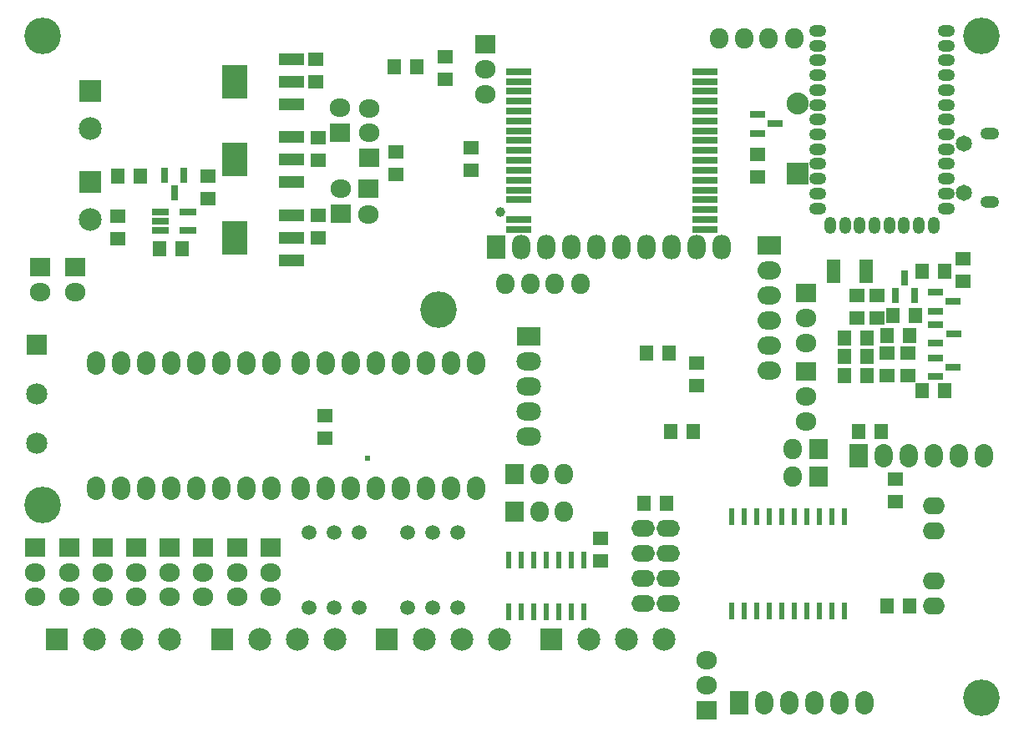
<source format=gbs>
G04*
G04 #@! TF.GenerationSoftware,Altium Limited,Altium Designer,18.1.6 (161)*
G04*
G04 Layer_Color=16711935*
%FSTAX24Y24*%
%MOIN*%
G70*
G01*
G75*
%ADD45O,0.0880X0.0680*%
%ADD46R,0.0630X0.0580*%
%ADD47R,0.0580X0.0630*%
%ADD57O,0.0480X0.0680*%
%ADD58O,0.0680X0.0480*%
%ADD62R,0.0230X0.0230*%
%ADD63O,0.0930X0.0730*%
%ADD64R,0.0930X0.0730*%
%ADD65O,0.0730X0.0930*%
%ADD66R,0.0730X0.0930*%
%ADD67R,0.0830X0.0730*%
%ADD68O,0.0830X0.0730*%
%ADD69C,0.1460*%
%ADD70R,0.0907X0.0907*%
%ADD71C,0.0907*%
%ADD72O,0.0730X0.0830*%
%ADD73R,0.0730X0.0830*%
%ADD74C,0.0592*%
%ADD75O,0.0940X0.0680*%
%ADD76O,0.0730X0.0980*%
%ADD77R,0.0730X0.0980*%
%ADD78O,0.0980X0.0730*%
%ADD79R,0.0980X0.0730*%
%ADD80C,0.0848*%
%ADD81R,0.0848X0.0848*%
%ADD82R,0.0907X0.0907*%
%ADD83C,0.0880*%
%ADD84R,0.0880X0.0880*%
%ADD85O,0.0750X0.0480*%
%ADD86C,0.0320*%
%ADD87C,0.0650*%
%ADD88C,0.0395*%
%ADD121R,0.0210X0.0710*%
%ADD122R,0.0210X0.0670*%
%ADD126R,0.1000X0.0256*%
%ADD127R,0.0300X0.0600*%
%ADD128R,0.0580X0.0950*%
%ADD129R,0.0600X0.0300*%
%ADD130R,0.0680X0.0290*%
%ADD131R,0.1025X0.1379*%
%ADD132R,0.1025X0.0474*%
D45*
X0503Y02187D02*
D03*
Y02287D02*
D03*
Y02487D02*
D03*
Y02587D02*
D03*
D46*
X02883Y04001D02*
D03*
Y03911D02*
D03*
X051481Y03574D02*
D03*
Y03484D02*
D03*
X047221Y03428D02*
D03*
Y03338D02*
D03*
X048021Y03428D02*
D03*
Y03338D02*
D03*
X04877Y02695D02*
D03*
Y02605D02*
D03*
X04084Y03158D02*
D03*
Y03068D02*
D03*
X037Y02367D02*
D03*
Y02457D02*
D03*
X02601Y02858D02*
D03*
Y02948D02*
D03*
X017739Y037446D02*
D03*
Y036546D02*
D03*
X02573Y03968D02*
D03*
Y04058D02*
D03*
X02574Y03657D02*
D03*
Y03747D02*
D03*
X02564Y04372D02*
D03*
Y04282D02*
D03*
X03081Y043796D02*
D03*
Y042896D02*
D03*
X03184Y03928D02*
D03*
Y04018D02*
D03*
X043274Y038998D02*
D03*
Y039898D02*
D03*
X021339Y038146D02*
D03*
Y039046D02*
D03*
X048451Y031984D02*
D03*
Y031084D02*
D03*
X049261Y031984D02*
D03*
Y031084D02*
D03*
D47*
X050721Y03526D02*
D03*
X049821D02*
D03*
X050721Y03047D02*
D03*
X049821D02*
D03*
X048421Y03268D02*
D03*
X049321D02*
D03*
X047649Y032584D02*
D03*
X046749D02*
D03*
X047649Y031834D02*
D03*
X046749D02*
D03*
X04729Y02886D02*
D03*
X04819D02*
D03*
X04934Y02187D02*
D03*
X04844D02*
D03*
X039747Y03197D02*
D03*
X038847D02*
D03*
X03965Y025969D02*
D03*
X03875D02*
D03*
X020289Y036146D02*
D03*
X019389D02*
D03*
X02966Y043396D02*
D03*
X02876D02*
D03*
X039818Y028844D02*
D03*
X040718D02*
D03*
X018639Y039046D02*
D03*
X017739D02*
D03*
X047649Y031084D02*
D03*
X046749D02*
D03*
X048685Y03347D02*
D03*
X049585D02*
D03*
D57*
X050298Y03707D02*
D03*
X049707D02*
D03*
X049117D02*
D03*
X048526D02*
D03*
X047936D02*
D03*
X047345D02*
D03*
X046755D02*
D03*
X046164D02*
D03*
D58*
X05079Y044846D02*
D03*
Y044255D02*
D03*
Y043664D02*
D03*
Y043074D02*
D03*
Y042483D02*
D03*
Y041893D02*
D03*
Y041302D02*
D03*
Y040712D02*
D03*
Y040121D02*
D03*
Y039531D02*
D03*
Y03894D02*
D03*
Y03835D02*
D03*
Y037759D02*
D03*
X045672D02*
D03*
Y03835D02*
D03*
Y03894D02*
D03*
Y039531D02*
D03*
Y040121D02*
D03*
Y040712D02*
D03*
Y041302D02*
D03*
Y041893D02*
D03*
Y042483D02*
D03*
Y043074D02*
D03*
Y043664D02*
D03*
Y044255D02*
D03*
Y044846D02*
D03*
D62*
X02771Y02778D02*
D03*
D63*
X04374Y03228D02*
D03*
Y03528D02*
D03*
Y03428D02*
D03*
Y03328D02*
D03*
Y03128D02*
D03*
D64*
Y03628D02*
D03*
D65*
X04753Y01802D02*
D03*
X04653D02*
D03*
X04553D02*
D03*
X04453D02*
D03*
X04353D02*
D03*
X05229Y02787D02*
D03*
X05129D02*
D03*
X05029D02*
D03*
X04929D02*
D03*
X04829D02*
D03*
X02504Y02658D02*
D03*
X02604D02*
D03*
X02704D02*
D03*
X02804D02*
D03*
X02904D02*
D03*
X03004D02*
D03*
X03104D02*
D03*
X03204D02*
D03*
Y03158D02*
D03*
X03104D02*
D03*
X03004D02*
D03*
X02904D02*
D03*
X02804D02*
D03*
X02704D02*
D03*
X02604D02*
D03*
X02504D02*
D03*
X01687Y02658D02*
D03*
X01787D02*
D03*
X01887D02*
D03*
X01987D02*
D03*
X02087D02*
D03*
X02187D02*
D03*
X02287D02*
D03*
X02387D02*
D03*
Y03158D02*
D03*
X02287D02*
D03*
X02187D02*
D03*
X02087D02*
D03*
X01987D02*
D03*
X01887D02*
D03*
X01787D02*
D03*
X01687D02*
D03*
D66*
X04253Y01802D02*
D03*
X04729Y02787D02*
D03*
D67*
X02383Y02422D02*
D03*
X02249D02*
D03*
X02115D02*
D03*
X01981D02*
D03*
X01847D02*
D03*
X01713D02*
D03*
X01579D02*
D03*
X01445D02*
D03*
X04124Y01771D02*
D03*
X01605Y03542D02*
D03*
X01463D02*
D03*
X02661Y04078D02*
D03*
X02777Y03977D02*
D03*
X02663Y03753D02*
D03*
X02775Y03853D02*
D03*
X03241Y04431D02*
D03*
X04519Y03438D02*
D03*
Y03124D02*
D03*
D68*
X02383Y02321D02*
D03*
Y02223D02*
D03*
X02249Y02321D02*
D03*
Y02223D02*
D03*
X02115D02*
D03*
Y02321D02*
D03*
X01981Y02223D02*
D03*
Y02321D02*
D03*
X01847Y02223D02*
D03*
Y02321D02*
D03*
X01713Y02223D02*
D03*
Y02321D02*
D03*
X01579Y02223D02*
D03*
Y02321D02*
D03*
X01445D02*
D03*
Y02223D02*
D03*
X04124Y0197D02*
D03*
Y01872D02*
D03*
X01605Y03441D02*
D03*
X01463D02*
D03*
X02661Y04179D02*
D03*
X02777Y04176D02*
D03*
Y04078D02*
D03*
X02663Y03854D02*
D03*
X02775Y03752D02*
D03*
X03241Y04232D02*
D03*
Y0433D02*
D03*
X04519Y03239D02*
D03*
Y03337D02*
D03*
Y03023D02*
D03*
Y02925D02*
D03*
D69*
X03055Y0337D02*
D03*
X05219Y04465D02*
D03*
X01474D02*
D03*
Y02591D02*
D03*
X05219Y01822D02*
D03*
D70*
X02189Y020539D02*
D03*
X01532D02*
D03*
X02847D02*
D03*
X03505D02*
D03*
D71*
X02339D02*
D03*
X02489D02*
D03*
X02639D02*
D03*
X01982D02*
D03*
X01832D02*
D03*
X01682D02*
D03*
X02997D02*
D03*
X03147D02*
D03*
X03297D02*
D03*
X03655D02*
D03*
X03805D02*
D03*
X03955D02*
D03*
X01664Y037314D02*
D03*
Y04093D02*
D03*
D72*
X03555Y02715D02*
D03*
X03457D02*
D03*
X03555Y02565D02*
D03*
X03457D02*
D03*
X04468Y02703D02*
D03*
X03619Y03475D02*
D03*
X03518D02*
D03*
X0342D02*
D03*
X03319D02*
D03*
X04473Y044538D02*
D03*
X04372D02*
D03*
X04274D02*
D03*
X04173D02*
D03*
X04468Y02813D02*
D03*
D73*
X03356Y02715D02*
D03*
Y02565D02*
D03*
X04569Y02703D02*
D03*
Y02813D02*
D03*
D74*
X0293Y02481D02*
D03*
X0303D02*
D03*
X0313D02*
D03*
Y02181D02*
D03*
X0303D02*
D03*
X0293D02*
D03*
X02536Y02481D02*
D03*
X02636D02*
D03*
X02736D02*
D03*
Y02181D02*
D03*
X02636D02*
D03*
X02536D02*
D03*
D75*
X03869Y02497D02*
D03*
X03969D02*
D03*
X03869Y02397D02*
D03*
X03969D02*
D03*
X03869Y02297D02*
D03*
X03969D02*
D03*
X03869Y02197D02*
D03*
X03969D02*
D03*
D76*
X03984Y03622D02*
D03*
X03784D02*
D03*
X03584D02*
D03*
X03484D02*
D03*
X03384D02*
D03*
X03684D02*
D03*
X03884D02*
D03*
X04084D02*
D03*
X04184D02*
D03*
D77*
X03284D02*
D03*
D78*
X03414Y02965D02*
D03*
Y03065D02*
D03*
Y03165D02*
D03*
Y02865D02*
D03*
D79*
Y03265D02*
D03*
D80*
X014513Y028382D02*
D03*
Y03035D02*
D03*
D81*
Y032318D02*
D03*
D82*
X01664Y038814D02*
D03*
Y04243D02*
D03*
D83*
X04487Y041945D02*
D03*
D84*
Y039158D02*
D03*
D85*
X05255Y04075D02*
D03*
Y037994D02*
D03*
D86*
X052685Y04075D02*
D03*
X052415D02*
D03*
X052685Y037994D02*
D03*
X052415D02*
D03*
D87*
X051487Y040356D02*
D03*
Y038387D02*
D03*
D88*
X03302Y0376D02*
D03*
D121*
X04225Y02545D02*
D03*
X04275D02*
D03*
X04325D02*
D03*
X04375D02*
D03*
X04425D02*
D03*
X04475D02*
D03*
X04525D02*
D03*
X04575D02*
D03*
X04625D02*
D03*
X04675D02*
D03*
Y02169D02*
D03*
X04625D02*
D03*
X04575D02*
D03*
X04525D02*
D03*
X04475D02*
D03*
X04425D02*
D03*
X04375D02*
D03*
X04325D02*
D03*
X04275D02*
D03*
X04225D02*
D03*
D122*
X03635Y023695D02*
D03*
X03585D02*
D03*
X03535D02*
D03*
X03485D02*
D03*
X03435D02*
D03*
X03385D02*
D03*
X03335D02*
D03*
Y021645D02*
D03*
X03385D02*
D03*
X03435D02*
D03*
X03485D02*
D03*
X03535D02*
D03*
X03585D02*
D03*
X03635D02*
D03*
D126*
X04116Y043218D02*
D03*
Y042824D02*
D03*
Y04243D02*
D03*
Y042037D02*
D03*
Y041643D02*
D03*
Y041249D02*
D03*
Y040855D02*
D03*
Y040462D02*
D03*
Y040068D02*
D03*
Y039674D02*
D03*
Y039281D02*
D03*
Y038887D02*
D03*
Y038493D02*
D03*
Y0381D02*
D03*
Y037706D02*
D03*
Y037312D02*
D03*
Y036918D02*
D03*
X033743D02*
D03*
Y037312D02*
D03*
Y0381D02*
D03*
Y038493D02*
D03*
Y038887D02*
D03*
Y039281D02*
D03*
Y039674D02*
D03*
Y040068D02*
D03*
Y040462D02*
D03*
Y040855D02*
D03*
Y041249D02*
D03*
Y041643D02*
D03*
Y042037D02*
D03*
Y04243D02*
D03*
Y042824D02*
D03*
Y043218D02*
D03*
D127*
X019989Y038362D02*
D03*
X020364Y039068D02*
D03*
X019614D02*
D03*
X049526Y034278D02*
D03*
X048776D02*
D03*
X049151Y034984D02*
D03*
D128*
X046311Y035234D02*
D03*
X047611D02*
D03*
D129*
X050381Y03366D02*
D03*
Y03441D02*
D03*
X051086Y034035D02*
D03*
X051088Y03274D02*
D03*
X050383Y033115D02*
D03*
Y032365D02*
D03*
X051076Y031415D02*
D03*
X050371Y03179D02*
D03*
Y03104D02*
D03*
X043964Y041135D02*
D03*
X043258Y04151D02*
D03*
Y04076D02*
D03*
D130*
X019442Y036872D02*
D03*
Y037246D02*
D03*
Y03762D02*
D03*
X020537Y036872D02*
D03*
Y03762D02*
D03*
D131*
X022398Y03657D02*
D03*
Y03972D02*
D03*
Y04282D02*
D03*
D132*
X024682Y035664D02*
D03*
Y03657D02*
D03*
Y037475D02*
D03*
Y038814D02*
D03*
Y03972D02*
D03*
Y040625D02*
D03*
Y041914D02*
D03*
Y04282D02*
D03*
Y043725D02*
D03*
M02*

</source>
